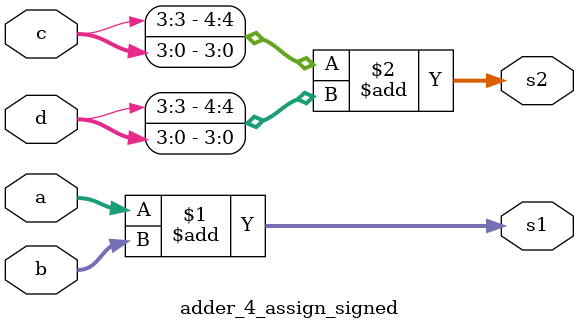
<source format=v>
module adder_4_assign_signed (a, b, c, d, s1, s2);
input signed [3:0] a, b;
input [3:0] c, d;
output signed [4:0] s1, s2;

assign s1 = a + b;
assign s2 = $signed(c) + $signed(d);

endmodule // adder_4_assign_signed

</source>
